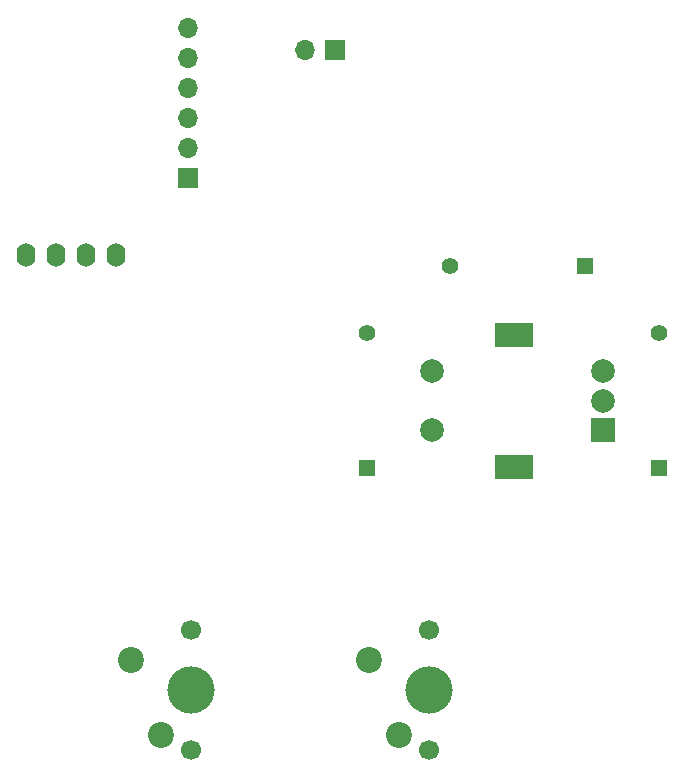
<source format=gbr>
%TF.GenerationSoftware,KiCad,Pcbnew,7.0.10*%
%TF.CreationDate,2025-02-10T10:38:22-05:00*%
%TF.ProjectId,Hackpad,4861636b-7061-4642-9e6b-696361645f70,rev?*%
%TF.SameCoordinates,Original*%
%TF.FileFunction,Soldermask,Bot*%
%TF.FilePolarity,Negative*%
%FSLAX46Y46*%
G04 Gerber Fmt 4.6, Leading zero omitted, Abs format (unit mm)*
G04 Created by KiCad (PCBNEW 7.0.10) date 2025-02-10 10:38:22*
%MOMM*%
%LPD*%
G01*
G04 APERTURE LIST*
%ADD10R,1.700000X1.700000*%
%ADD11O,1.700000X1.700000*%
%ADD12R,1.397000X1.397000*%
%ADD13C,1.397000*%
%ADD14O,1.600000X2.000000*%
%ADD15C,1.700000*%
%ADD16C,4.000000*%
%ADD17C,2.200000*%
%ADD18R,2.000000X2.000000*%
%ADD19C,2.000000*%
%ADD20R,3.200000X2.000000*%
G04 APERTURE END LIST*
D10*
%TO.C,J1*%
X136080000Y-78120000D03*
D11*
X136080000Y-75580000D03*
X136080000Y-73040000D03*
X136080000Y-70500000D03*
X136080000Y-67960000D03*
X136080000Y-65420000D03*
%TD*%
D10*
%TO.C,J2*%
X148590000Y-67310000D03*
D11*
X146050000Y-67310000D03*
%TD*%
D12*
%TO.C,R2*%
X169715000Y-85570000D03*
D13*
X158285000Y-85570000D03*
%TD*%
D12*
%TO.C,R3*%
X176000000Y-102715000D03*
D13*
X176000000Y-91285000D03*
%TD*%
D14*
%TO.C,Brd1*%
X122380000Y-84650000D03*
X124920000Y-84650000D03*
X127460000Y-84650000D03*
X130000000Y-84650000D03*
%TD*%
D15*
%TO.C,SW1*%
X136340000Y-126588700D03*
D16*
X136340000Y-121508700D03*
D15*
X136340000Y-116428700D03*
D17*
X131260000Y-118968700D03*
X133800000Y-125318700D03*
%TD*%
D15*
%TO.C,SW2*%
X156540000Y-126588700D03*
D16*
X156540000Y-121508700D03*
D15*
X156540000Y-116428700D03*
D17*
X151460000Y-118968700D03*
X154000000Y-125318700D03*
%TD*%
D18*
%TO.C,SW4*%
X171250000Y-99500000D03*
D19*
X171250000Y-94500000D03*
X171250000Y-97000000D03*
D20*
X163750000Y-102600000D03*
X163750000Y-91400000D03*
D19*
X156750000Y-94500000D03*
X156750000Y-99500000D03*
%TD*%
D12*
%TO.C,R1*%
X151300000Y-102715000D03*
D13*
X151300000Y-91285000D03*
%TD*%
M02*

</source>
